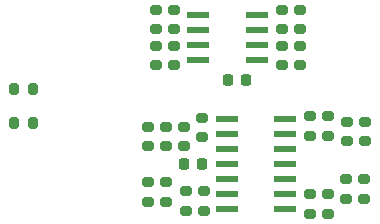
<source format=gbr>
%TF.GenerationSoftware,KiCad,Pcbnew,7.0.6*%
%TF.CreationDate,2023-07-26T14:22:16+03:00*%
%TF.ProjectId,Accelerometru,41636365-6c65-4726-9f6d-657472752e6b,rev?*%
%TF.SameCoordinates,Original*%
%TF.FileFunction,Paste,Bot*%
%TF.FilePolarity,Positive*%
%FSLAX46Y46*%
G04 Gerber Fmt 4.6, Leading zero omitted, Abs format (unit mm)*
G04 Created by KiCad (PCBNEW 7.0.6) date 2023-07-26 14:22:16*
%MOMM*%
%LPD*%
G01*
G04 APERTURE LIST*
G04 Aperture macros list*
%AMRoundRect*
0 Rectangle with rounded corners*
0 $1 Rounding radius*
0 $2 $3 $4 $5 $6 $7 $8 $9 X,Y pos of 4 corners*
0 Add a 4 corners polygon primitive as box body*
4,1,4,$2,$3,$4,$5,$6,$7,$8,$9,$2,$3,0*
0 Add four circle primitives for the rounded corners*
1,1,$1+$1,$2,$3*
1,1,$1+$1,$4,$5*
1,1,$1+$1,$6,$7*
1,1,$1+$1,$8,$9*
0 Add four rect primitives between the rounded corners*
20,1,$1+$1,$2,$3,$4,$5,0*
20,1,$1+$1,$4,$5,$6,$7,0*
20,1,$1+$1,$6,$7,$8,$9,0*
20,1,$1+$1,$8,$9,$2,$3,0*%
G04 Aperture macros list end*
%ADD10RoundRect,0.200000X0.275000X-0.200000X0.275000X0.200000X-0.275000X0.200000X-0.275000X-0.200000X0*%
%ADD11RoundRect,0.200000X-0.275000X0.200000X-0.275000X-0.200000X0.275000X-0.200000X0.275000X0.200000X0*%
%ADD12RoundRect,0.200000X0.200000X0.275000X-0.200000X0.275000X-0.200000X-0.275000X0.200000X-0.275000X0*%
%ADD13R,1.969999X0.558000*%
%ADD14RoundRect,0.225000X0.225000X0.250000X-0.225000X0.250000X-0.225000X-0.250000X0.225000X-0.250000X0*%
G04 APERTURE END LIST*
D10*
%TO.C,R8*%
X188976000Y-79311000D03*
X188976000Y-77661000D03*
%TD*%
D11*
%TO.C,R24*%
X195707000Y-71565000D03*
X195707000Y-73215000D03*
%TD*%
%TO.C,R25*%
X197231000Y-70167000D03*
X197231000Y-68517000D03*
%TD*%
D10*
%TO.C,R18*%
X201168000Y-84518000D03*
X201168000Y-82868000D03*
%TD*%
D11*
%TO.C,R11*%
X199644000Y-77534000D03*
X199644000Y-79184000D03*
%TD*%
%TO.C,R5*%
X184404000Y-83122000D03*
X184404000Y-84772000D03*
%TD*%
D12*
%TO.C,R1*%
X174688000Y-75184000D03*
X173038000Y-75184000D03*
%TD*%
D10*
%TO.C,R6*%
X185928000Y-84772000D03*
X185928000Y-83122000D03*
%TD*%
D12*
%TO.C,R2*%
X174688000Y-78105000D03*
X173038000Y-78105000D03*
%TD*%
D11*
%TO.C,R9*%
X187452000Y-78423000D03*
X187452000Y-80073000D03*
%TD*%
D13*
%TO.C,U3*%
X191084200Y-85344000D03*
X191084200Y-84074000D03*
X191084200Y-82804000D03*
X191084200Y-81534000D03*
X191084200Y-80264000D03*
X191084200Y-78994000D03*
X191084200Y-77724000D03*
X196011800Y-77724000D03*
X196011800Y-78994000D03*
X196011800Y-80264000D03*
X196011800Y-81534000D03*
X196011800Y-82804000D03*
X196011800Y-84074000D03*
X196011800Y-85344000D03*
%TD*%
D10*
%TO.C,R7*%
X184404000Y-80073000D03*
X184404000Y-78423000D03*
%TD*%
D11*
%TO.C,R16*%
X198120000Y-84138000D03*
X198120000Y-85788000D03*
%TD*%
%TO.C,R23*%
X195707000Y-70167000D03*
X195707000Y-68517000D03*
%TD*%
%TO.C,R22*%
X186563000Y-68517000D03*
X186563000Y-70167000D03*
%TD*%
%TO.C,R13*%
X202780000Y-78005000D03*
X202780000Y-79655000D03*
%TD*%
D10*
%TO.C,R15*%
X199644000Y-85788000D03*
X199644000Y-84138000D03*
%TD*%
D13*
%TO.C,U4*%
X188671200Y-72771000D03*
X188671200Y-71501000D03*
X188671200Y-70231000D03*
X188671200Y-68961000D03*
X193598800Y-68961000D03*
X193598800Y-70231000D03*
X193598800Y-71501000D03*
X193598800Y-72771000D03*
%TD*%
D11*
%TO.C,R21*%
X185039000Y-68517000D03*
X185039000Y-70167000D03*
%TD*%
%TO.C,R14*%
X201240000Y-78005000D03*
X201240000Y-79655000D03*
%TD*%
%TO.C,R4*%
X189103000Y-85534000D03*
X189103000Y-83884000D03*
%TD*%
D10*
%TO.C,R17*%
X202692000Y-82868000D03*
X202692000Y-84518000D03*
%TD*%
%TO.C,R12*%
X198120000Y-79184000D03*
X198120000Y-77534000D03*
%TD*%
D14*
%TO.C,C8*%
X188989000Y-81534000D03*
X187439000Y-81534000D03*
%TD*%
%TO.C,C9*%
X192685000Y-74410000D03*
X191135000Y-74410000D03*
%TD*%
D10*
%TO.C,R26*%
X197231000Y-73215000D03*
X197231000Y-71565000D03*
%TD*%
D11*
%TO.C,R10*%
X185928000Y-78423000D03*
X185928000Y-80073000D03*
%TD*%
D10*
%TO.C,R19*%
X185039000Y-73215000D03*
X185039000Y-71565000D03*
%TD*%
D11*
%TO.C,R20*%
X186563000Y-71565000D03*
X186563000Y-73215000D03*
%TD*%
D10*
%TO.C,R3*%
X187579000Y-85534000D03*
X187579000Y-83884000D03*
%TD*%
M02*

</source>
